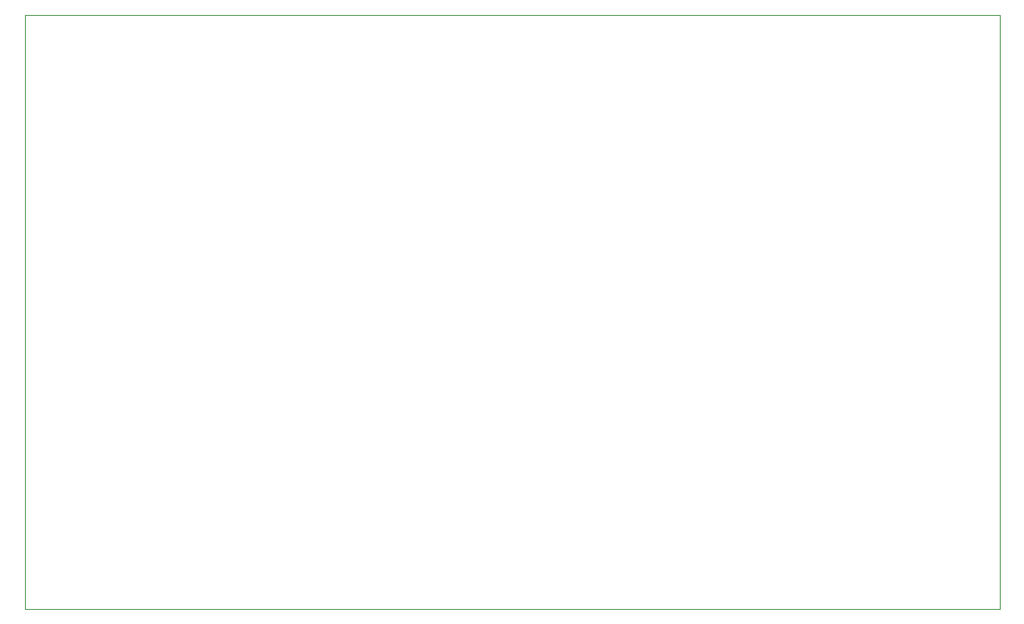
<source format=gbr>
%TF.GenerationSoftware,KiCad,Pcbnew,(5.1.5)-3*%
%TF.CreationDate,2020-11-20T20:56:14+01:00*%
%TF.ProjectId,PCB,5043422e-6b69-4636-9164-5f7063625858,rev?*%
%TF.SameCoordinates,Original*%
%TF.FileFunction,Profile,NP*%
%FSLAX46Y46*%
G04 Gerber Fmt 4.6, Leading zero omitted, Abs format (unit mm)*
G04 Created by KiCad (PCBNEW (5.1.5)-3) date 2020-11-20 20:56:14*
%MOMM*%
%LPD*%
G04 APERTURE LIST*
%TA.AperFunction,Profile*%
%ADD10C,0.050000*%
%TD*%
G04 APERTURE END LIST*
D10*
X195580000Y-79420000D02*
X96520000Y-79420000D01*
X96520000Y-19050000D02*
X96520000Y-79420000D01*
X195580000Y-19050000D02*
X96520000Y-19050000D01*
X195580000Y-79420000D02*
X195580000Y-19050000D01*
M02*

</source>
